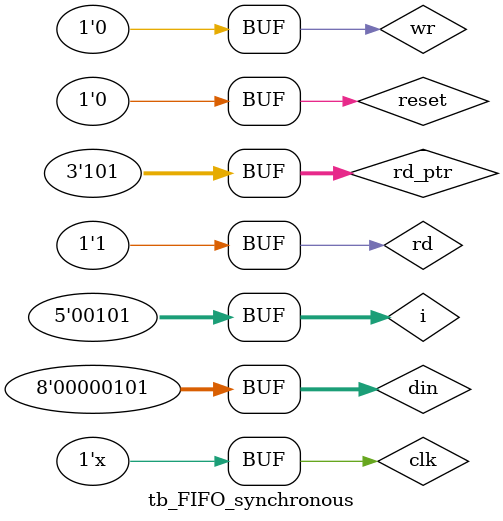
<source format=v>
module FIFO_synchronous #(parameter depth =8,datawidth=8 ) (
   input clk,reset,
   input [datawidth-1:0]din, 
   input rd,wr,
   output full,empty,
   output reg [datawidth-1:0]dout 
);

    reg [7:0]mem[0:7];
    integer count=0;
    // reg [2:0]rd_ptr,wr_ptr;
    //or
    reg [$clog2(depth)-1:0]rd_ptr,wr_ptr;
    assign full = (count==depth);
    assign empty = (count==0);

    always @(posedge clk ) begin
        if (reset) begin
            {rd_ptr,wr_ptr,count}<=000;
            dout<=8'bz;
            end 
        else 
            begin
                if(rd && !wr && !empty) begin
                    dout<=mem[rd_ptr];
                    rd_ptr<=rd_ptr+1;
                    count<=count-1;
                end
                else if(wr && !rd && !full) begin
                    mem[wr_ptr]<=din;
                    wr_ptr<=wr_ptr+1;
                    count<=count+1;
                end
                else if (wr && rd) begin
                    mem[wr_ptr]<=din;
                    dout<=mem[rd_ptr];
                    rd_ptr<=rd_ptr+1;
                    wr_ptr<=wr_ptr+1;
                    count<=count;
                end
            end
    end
endmodule //FIFO_synchronous

// `define delay1 5

module tb_FIFO_synchronous (
);
    parameter datawidth=8,depth =8 ;
    reg[4:0]i;//for loop 
    reg clk,reset;
    reg [datawidth-1:0]din;
    reg  [$clog2(depth)-1:0] rd_ptr,wr_ptr;
    reg rd,wr;
    wire full,empty;
    wire [datawidth-1:0]dout ;
    
    initial begin
        {clk,reset,rd,wr}<=0100;din=8'd3;#(10);
        reset=0;

        {rd,wr}=01;
        for(i=0;i<5;i=i+1)begin
           din=i+1; #(10); 
        end

        {rd,wr}=10;
        for(i=0;i<5;i=i+1)begin
           rd_ptr=i+1; #(10); 
        end
    end
    always #5 clk=~clk;

    FIFO_synchronous a1(clk,reset,din,rd,wr,full,empty,dout);
endmodule //FIFO_synchronous

</source>
